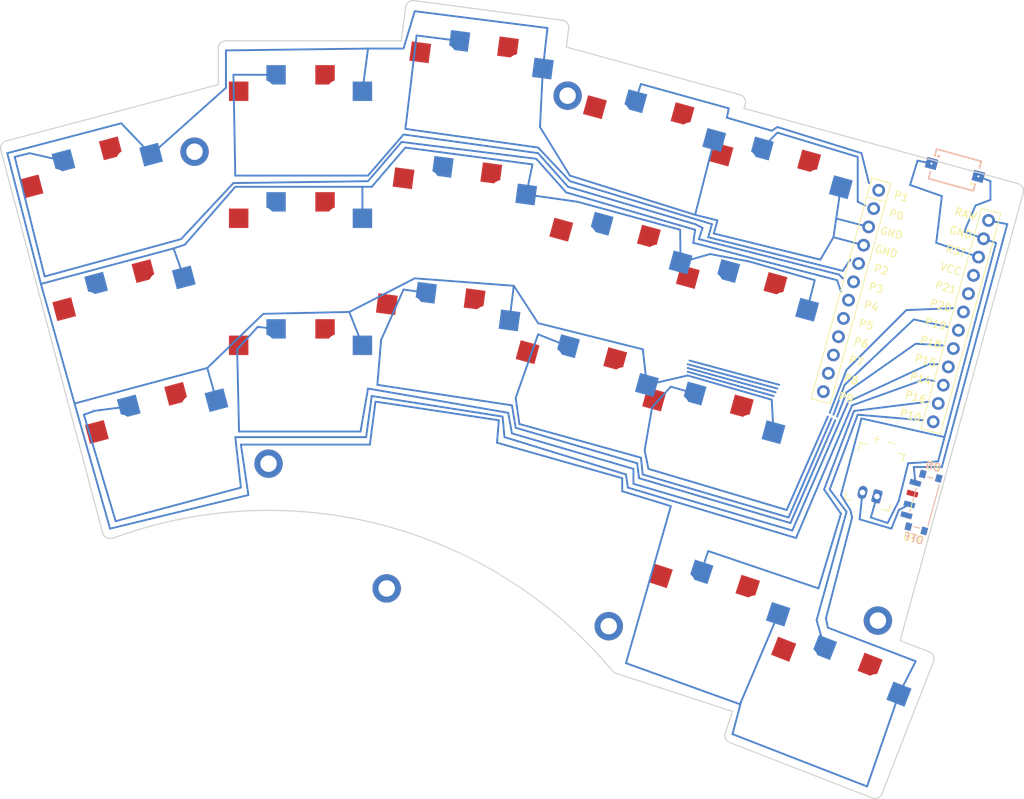
<source format=kicad_pcb>
(kicad_pcb (version 20240108) (generator "pcbnew") (generator_version "8.0")
  (title_block (title "main_pcb") (rev "v1.0.0") (company "Unknown"))
  (layers (0 "F.Cu" signal) (31 "B.Cu" signal) (34 "B.Paste" user) (35 "F.Paste" user) (36 "B.SilkS" user "B.Silkscreen") (37 "F.SilkS" user "F.Silkscreen") (38 "B.Mask" user) (39 "F.Mask" user) (44 "Edge.Cuts" user))
  (net 0 "")
  (net 1 "P10")
  (net 2 "GND")
  (net 3 "P5")
  (net 4 "P1")
  (net 5 "P14")
  (net 6 "P6")
  (net 7 "P0")
  (net 8 "P15")
  (net 9 "P7")
  (net 10 "P2")
  (net 11 "P16")
  (net 12 "P8")
  (net 13 "P3")
  (net 14 "P18")
  (net 15 "P9")
  (net 16 "P4")
  (net 17 "P20")
  (net 18 "P21")
  (net 19 "RAW")
  (net 20 "RST")
  (net 21 "VCC")
  (net 22 "P19")
  (net 23 "PWR_SW")
  (footprint "PG1350" (layer "F.Cu") (at 118.727103 68.01276 -7.55)
    (property "Reference" "S7" (hide yes))
    (property "Value" "" (hide yes))
  )
  (footprint "ceoloide:mounting_hole_plated" (layer "F.Cu") (at 140.697041 106.303672)
    (property "Reference" "H4" (hide yes))
    (property "Value" "")
  )
  (footprint "ceoloide:mounting_hole_plated" (layer "F.Cu") (at 176.697041 105.553672)
    (property "Reference" "H5" (hide yes))
    (property "Value" "")
  )
  (footprint "PG1350" (layer "F.Cu") (at 162.762053 48.984956 -15.36)
    (property "Reference" "S15" (hide yes))
    (property "Value" "" (hide yes))
  )
  (footprint "PG1350" (layer "F.Cu") (at 99.477103 72.46476)
    (property "Reference" "S4" (hide yes))
    (property "Value" "" (hide yes))
  )
  (footprint "PG1350" (layer "F.Cu") (at 76.828651 65.374516 14.89)
    (property "Reference" "S2" (hide yes))
    (property "Value" "" (hide yes))
  )
  (footprint "PG1350" (layer "F.Cu") (at 153.756031 81.770495 -15.36)
    (property "Reference" "S13" (hide yes))
    (property "Value" "" (hide yes))
  )
  (footprint "ceoloide:mcu_supermini_nrf52840" (layer "F.Cu") (at 180.78681 62.232606 -15.36)
    (property "Reference" "MCU1" (hide yes))
    (property "Value" "")
  )
  (footprint "PG1350" (layer "F.Cu") (at 120.960756 51.16014 -7.55)
    (property "Reference" "S8" (hide yes))
    (property "Value" "" (hide yes))
  )
  (footprint "PG1350" (layer "F.Cu") (at 81.197041 81.803672 14.89)
    (property "Reference" "S1" (hide yes))
    (property "Value" "" (hide yes))
  )
  (footprint "PG1350" (layer "F.Cu") (at 72.460261 48.94536 14.89)
    (property "Reference" "S3" (hide yes))
    (property "Value" "" (hide yes))
  )
  (footprint "PG1350" (layer "F.Cu") (at 99.477103 38.46476)
    (property "Reference" "S6" (hide yes))
    (property "Value" "" (hide yes))
  )
  (footprint "PG1350" (layer "F.Cu") (at 99.477103 55.46476)
    (property "Reference" "S5" (hide yes))
    (property "Value" "" (hide yes))
  )
  (footprint "PG1350" (layer "F.Cu") (at 145.834113 42.654928 -15.36)
    (property "Reference" "S12" (hide yes))
    (property "Value" "" (hide yes))
  )
  (footprint "ceoloide:battery_connector_jst_ph_2" (layer "F.Cu") (at 175.604381 88.670514 164.64)
    (property "Reference" "JST1" (hide yes))
    (property "Value" "")
  )
  (footprint "ceoloide:mounting_hole_plated" (layer "F.Cu") (at 95.197041 84.553672)
    (property "Reference" "H2" (hide yes))
    (property "Value" "")
  )
  (footprint "ceoloide:power_switch_smd_side" (layer "F.Cu") (at 182.780876 89.743473 -15.36)
    (property "Reference" "PWR1" (hide yes))
    (property "Value" "")
  )
  (footprint "434121025816" (layer "F.Cu") (at 187 45.25 164.64)
    (property "Reference" "S18" (hide yes))
    (property "Value" "" (hide yes))
  )
  (footprint "ceoloide:mounting_hole_plated" (layer "F.Cu") (at 111 101.25)
    (property "Reference" "H6" (hide yes))
    (property "Value" "")
  )
  (footprint "PG1350" (layer "F.Cu") (at 123.194409 34.30752 -7.55)
    (property "Reference" "S9" (hide yes))
    (property "Value" "" (hide yes))
  )
  (footprint "PG1350" (layer "F.Cu") (at 170.43753 115.890112 -21.3)
    (property "Reference" "S17" (hide yes))
    (property "Value" "" (hide yes))
  )
  (footprint "PG1350" (layer "F.Cu") (at 158.259042 65.377726 -15.36)
    (property "Reference" "S14" (hide yes))
    (property "Value" "" (hide yes))
  )
  (footprint "PG1350" (layer "F.Cu") (at 136.828092 75.440467 -15.36)
    (property "Reference" "S10" (hide yes))
    (property "Value" "" (hide yes))
  )
  (footprint "ceoloide:mounting_hole_plated" (layer "F.Cu") (at 135.197041 35.303672)
    (property "Reference" "H3" (hide yes))
    (property "Value" "")
  )
  (footprint "PG1350" (layer "F.Cu") (at 154.324412 105.70515 -18.1)
    (property "Reference" "S16" (hide yes))
    (property "Value" "" (hide yes))
  )
  (footprint "PG1350" (layer "F.Cu") (at 141.331102 59.047698 -15.36)
    (property "Reference" "S11" (hide yes))
    (property "Value" "" (hide yes))
  )
  (footprint "ceoloide:mounting_hole_plated" (layer "F.Cu") (at 85.297041 42.803672)
    (property "Reference" "H1" (hide yes))
    (property "Value" "")
  )
  (gr_arc (start 74.501926 94.485715) (mid 74.306408 94.535859) (end 74.104804 94.545719) (stroke (width 0.15)) (layer "Edge.Cuts"))
  (gr_arc (start 88.477103 28.96476) (mid 88.769997 28.257655) (end 89.477103 27.96476) (stroke (width 0.15)) (layer "Edge.Cuts"))
  (gr_arc (start 134.487324 25.212462) (mid 135.149813 25.595723) (end 135.347263 26.335185) (stroke (width 0.15)) (layer "Edge.Cuts"))
  (gr_line (start 179.675314 108.221945) (end 196.135419 48.300546) (stroke (width 0.15)) (layer "Edge.Cuts"))
  (gr_line (start 157.240661 117.704962) (end 141.6769 112.617941) (stroke (width 0.15)) (layer "Edge.Cuts"))
  (gr_line (start 135.021143 28.795713) (end 158.25819 35.178812) (stroke (width 0.15)) (layer "Edge.Cuts"))
  (gr_arc (start 141.6769 112.617941) (mid 141.426996 112.495544) (end 141.220518 112.309003) (stroke (width 0.15)) (layer "Edge.Cuts"))
  (gr_arc (start 156.872297 121.871076) (mid 156.331455 121.366744) (end 156.285034 120.628709) (stroke (width 0.15)) (layer "Edge.Cuts"))
  (gr_line (start 156.285034 120.628709) (end 157.240661 117.704962) (stroke (width 0.15)) (layer "Edge.Cuts"))
  (gr_arc (start 74.501926 94.485716) (mid 110.682482 92.836431) (end 141.220518 112.309003) (stroke (width 0.15)) (layer "Edge.Cuts"))
  (gr_arc (start 59.388471 42.590966) (mid 59.489828 41.83234) (end 60.097928 41.367581) (stroke (width 0.15)) (layer "Edge.Cuts"))
  (gr_line (start 88.477103 33.82177) (end 88.477103 28.96476) (stroke (width 0.15)) (layer "Edge.Cuts"))
  (gr_line (start 114.660712 22.584636) (end 134.487323 25.212463) (stroke (width 0.15)) (layer "Edge.Cuts"))
  (gr_line (start 112.938883 27.96476) (end 113.53799 23.444575) (stroke (width 0.15)) (layer "Edge.Cuts"))
  (gr_line (start 135.347263 26.335185) (end 135.021143 28.795713) (stroke (width 0.15)) (layer "Edge.Cuts"))
  (gr_line (start 158.79336 37.005829) (end 195.43559 47.071265) (stroke (width 0.15)) (layer "Edge.Cuts"))
  (gr_line (start 179.675314 108.221945) (end 183.56858 109.739866) (stroke (width 0.15)) (layer "Edge.Cuts"))
  (gr_line (start 59.388471 42.590966) (end 73.00757 93.811276) (stroke (width 0.15)) (layer "Edge.Cuts"))
  (gr_line (start 60.097928 41.367581) (end 88.477103 33.82177) (stroke (width 0.15)) (layer "Edge.Cuts"))
  (gr_line (start 156.872298 121.871077) (end 175.940304 129.305382) (stroke (width 0.15)) (layer "Edge.Cuts"))
  (gr_arc (start 113.537991 23.444575) (mid 113.921253 22.782077) (end 114.660712 22.584636) (stroke (width 0.15)) (layer "Edge.Cuts"))
  (gr_line (start 158.957588 36.407975) (end 158.79336 37.005829) (stroke (width 0.15)) (layer "Edge.Cuts"))
  (gr_line (start 177.235409 128.736525) (end 184.13702 111.034809) (stroke (width 0.15)) (layer "Edge.Cuts"))
  (gr_arc (start 74.104804 94.545719) (mid 73.417743 94.385328) (end 73.00757 93.811276) (stroke (width 0.15)) (layer "Edge.Cuts"))
  (gr_line (start 89.477103 27.96476) (end 112.938883 27.96476) (stroke (width 0.15)) (layer "Edge.Cuts"))
  (gr_arc (start 183.568581 109.739866) (mid 184.121008 110.269609) (end 184.13702 111.034809) (stroke (width 0.15)) (layer "Edge.Cuts"))
  (gr_arc (start 158.258189 35.178812) (mid 158.862466 35.648538) (end 158.957588 36.407975) (stroke (width 0.15)) (layer "Edge.Cuts"))
  (gr_arc (start 195.436022 47.071383) (mid 196.040294 47.541114) (end 196.135419 48.300546) (stroke (width 0.15)) (layer "Edge.Cuts"))
  (gr_arc (start 177.235247 128.736943) (mid 176.7055 129.289352) (end 175.940304 129.305382) (stroke (width 0.15)) (layer "Edge.Cuts"))
  (segment (start 181.75 68.5) (end 185.5 68.75) (width 0.25) (layer "B.Cu") (net 0))
  (segment (start 172.25 74) (end 181.5 65.25) (width 0.25) (layer "B.Cu") (net 0))
  (segment (start 181.5 65.25) (end 186 66.25) (width 0.25) (layer "B.Cu") (net 0))
  (segment (start 151.25 72.25) (end 162.75 75.5) (width 0.25) (layer "B.Cu") (net 0))
  (segment (start 151.25 71.75) (end 163 75) (width 0.25) (layer "B.Cu") (net 0))
  (segment (start 170.75 78) (end 172.25 74) (width 0.25) (layer "B.Cu") (net 0))
  (segment (start 172.5 72) (end 180.5 64) (width 0.25) (layer "B.Cu") (net 0))
  (segment (start 180.5 64) (end 186.75 63.75) (width 0.25) (layer "B.Cu") (net 0))
  (segment (start 172.5 75) (end 181.75 68.5) (width 0.25) (layer "B.Cu") (net 0))
  (segment (start 170.25 77.75) (end 172.5 72) (width 0.25) (layer "B.Cu") (net 0))
  (segment (start 151.5 70.75) (end 163.5 74) (width 0.25) (layer "B.Cu") (net 0))
  (segment (start 171.25 78.25) (end 172.5 75) (width 0.25) (layer "B.Cu") (net 0))
  (segment (start 151.25 71.25) (end 163.25 74.5) (width 0.25) (layer "B.Cu") (net 0))
  (segment (start 108.25 81) (end 109 75.5) (width 0.25) (layer "B.Cu") (net 1))
  (segment (start 72 77.46818) (end 71.75 77.5) (width 0.25) (layer "B.Cu") (net 1))
  (segment (start 109 75.5) (end 126.5 78.25) (width 0.25) (layer "B.Cu") (net 1))
  (segment (start 126.75 81) (end 143 86) (width 0.25) (layer "B.Cu") (net 1))
  (segment (start 76.503076 76.895025) (end 72 77.46818) (width 0.25) (layer "B.Cu") (net 1))
  (segment (start 143 86) (end 143.25 87.75) (width 0.25) (layer "B.Cu") (net 1))
  (segment (start 183 73.25) (end 184.25 73.5) (width 0.25) (layer "B.Cu") (net 1))
  (segment (start 70.5 78) (end 74.75 92.25) (width 0.25) (layer "B.Cu") (net 1))
  (segment (start 165.75 94.5) (end 173.25 76.75) (width 0.25) (layer "B.Cu") (net 1))
  (segment (start 143.25 87.75) (end 165.75 94.5) (width 0.25) (layer "B.Cu") (net 1))
  (segment (start 173.25 76.75) (end 183 73.25) (width 0.25) (layer "B.Cu") (net 1))
  (segment (start 74.75 92.25) (end 91.5 87.75) (width 0.25) (layer "B.Cu") (net 1))
  (segment (start 90.75 81) (end 108.25 81) (width 0.25) (layer "B.Cu") (net 1))
  (segment (start 91.5 87.75) (end 90.75 81) (width 0.25) (layer "B.Cu") (net 1))
  (segment (start 126.5 78.25) (end 126.75 81) (width 0.25) (layer "B.Cu") (net 1))
  (segment (start 72 77.46818) (end 70.5 78) (width 0.25) (layer "B.Cu") (net 1))
  (segment (start 171.734786 47.560811) (end 171.118051 51.75) (width 0.25) (layer "B.Cu") (net 2))
  (segment (start 162.5 76) (end 162.728764 80.34635) (width 0.25) (layer "B.Cu") (net 2))
  (segment (start 192.5 55) (end 190.825839 54.453924) (width 0.25) (layer "B.Cu") (net 2))
  (segment (start 178 92.5) (end 179.5 89.5) (width 0.25) (layer "B.Cu") (net 2))
  (segment (start 176.568662 88.935397) (end 175.75 91.75) (width 0.25) (layer "B.Cu") (net 2))
  (segment (start 64.75 60.5) (end 69.25 76.5) (width 0.25) (layer "B.Cu") (net 2))
  (segment (start 109.5 76.25) (end 126 78.75) (width 0.25) (layer "B.Cu") (net 2))
  (segment (start 106 64.25) (end 107.752103 68.71476) (width 0.25) (layer "B.Cu") (net 2))
  (segment (start 157.25 120.75) (end 175.25 127.75) (width 0.25) (layer "B.Cu") (net 2))
  (segment (start 136.5 49.5) (end 150.25 53.25) (width 0.25) (layer "B.Cu") (net 2))
  (segment (start 79.493779 43.194903) (end 75.5 39) (width 0.25) (layer "B.Cu") (net 2))
  (segment (start 60.25 43) (end 64.75 60.5) (width 0.25) (layer "B.Cu") (net 2))
  (segment (start 107.75 47.5) (end 107.752103 51.71476) (width 0.25) (layer "B.Cu") (net 2))
  (segment (start 180.75 84.5) (end 181 84.484375) (width 0.25) (layer "B.Cu") (net 2))
  (segment (start 168.25 60) (end 167.231775 63.953581) (width 0.25) (layer "B.Cu") (net 2))
  (segment (start 145.800825 74.016322) (end 151.25 72.75) (width 0.25) (layer "B.Cu") (net 2))
  (segment (start 94.5 64.5) (end 106 64.25) (width 0.25) (layer "B.Cu") (net 2))
  (segment (start 173.25 91.75) (end 169.75 105.25) (width 0.25) (layer "B.Cu") (net 2))
  (segment (start 113.25 29) (end 114.75 24) (width 0.25) (layer "B.Cu") (net 2))
  (segment (start 82.5 55.75) (end 83.862169 59.624059) (width 0.25) (layer "B.Cu") (net 2))
  (segment (start 152.25 51.25) (end 155.25 52) (width 0.25) (layer "B.Cu") (net 2))
  (segment (start 132.5 26.25) (end 131.890387 31.677294) (width 0.25) (layer "B.Cu") (net 2))
  (segment (start 128 60.75) (end 131.25 65.75) (width 0.25) (layer "B.Cu") (net 2))
  (segment (start 106 64.25) (end 114.75 59.75) (width 0.25) (layer "B.Cu") (net 2))
  (segment (start 143 111.25) (end 158.25 116.75) (width 0.25) (layer "B.Cu") (net 2))
  (segment (start 189.75 50) (end 191.75 49.25) (width 0.25) (layer "B.Cu") (net 2))
  (segment (start 149 90.25) (end 143 111.25) (width 0.25) (layer "B.Cu") (net 2))
  (segment (start 191.75 46.75) (end 190.133912 46.11087) (width 0.25) (layer "B.Cu") (net 2))
  (segment (start 191.75 49.25) (end 191.75 46.75) (width 0.25) (layer "B.Cu") (net 2))
  (segment (start 130.5 44.5) (end 129.656734 48.529914) (width 0.25) (layer "B.Cu") (net 2))
  (segment (start 171.118051 51.75) (end 170.75 54.25) (width 0.25) (layer "B.Cu") (net 2))
  (segment (start 142.5 88.25) (end 148.25 90) (width 0.25) (layer "B.Cu") (net 2))
  (segment (start 185.611111 81) (end 192.5 55) (width 0.25) (layer "B.Cu") (net 2))
  (segment (start 64.75 60.5) (end 82.5 55.75) (width 0.25) (layer "B.Cu") (net 2))
  (segment (start 154.75 53.75) (end 169 57.25) (width 0.25) (layer "B.Cu") (net 2))
  (segment (start 69.25 76.5) (end 87 71.75) (width 0.25) (layer "B.Cu") (net 2))
  (segment (start 131.890387 31.677294) (end 131.5 39.5) (width 0.25) (layer "B.Cu") (net 2))
  (segment (start 169 57.25) (end 170.75 54.25) (width 0.25) (layer "B.Cu") (net 2))
  (segment (start 129.656734 48.529914) (end 136.5 49.5) (width 0.25) (layer "B.Cu") (net 2))
  (segment (start 190.825839 54.453924) (end 188.25 53.5) (width 0.25) (layer "B.Cu") (net 2))
  (segment (start 75.5 39) (end 60.25 43) (width 0.25) (layer "B.Cu") (net 2))
  (segment (start 175.75 91.75) (end 178 92.5) (width 0.25) (layer "B.Cu") (net 2))
  (segment (start 148.25 90) (end 149 90.25) (width 0.25) (layer "B.Cu") (net 2))
  (segment (start 91.5 82) (end 108.75 82) (width 0.25) (layer "B.Cu") (net 2))
  (segment (start 89.5 29.25) (end 108.5 29) (width 0.25) (layer "B.Cu") (net 2))
  (segment (start 107.75 47.5) (end 109 47.5) (width 0.25) (layer "B.Cu") (net 2))
  (segment (start 69.25 76.5) (end 74 93.25) (width 0.25) (layer "B.Cu") (net 2))
  (segment (start 159.5 57.5) (end 168.25 60) (width 0.25) (layer "B.Cu") (net 2))
  (segment (start 155.25 52) (end 154.75 53.75) (width 0.25) (layer "B.Cu") (net 2))
  (segment (start 128 60.75) (end 127.423081 65.382534) (width 0.25) (layer "B.Cu") (net 2))
  (segment (start 82.5 55.75) (end 84 55.25) (width 0.25) (layer "B.Cu") (net 2))
  (segment (start 131.25 65.75) (end 145.25 69.25) (width 0.25) (layer "B.Cu") (net 2))
  (segment (start 171.75 88.75) (end 173 90.75) (width 0.25) (layer "B.Cu") (net 2))
  (segment (start 79.493779 43.194903) (end 89.5 34.25) (width 0.25) (layer "B.Cu") (net 2))
  (segment (start 150.25 53.25) (end 150.303835 57.623553) (width 0.25) (layer "B.Cu") (net 2))
  (segment (start 175.25 127.75) (end 179.509467 115.402174) (width 0.25) (layer "B.Cu") (net 2))
  (segment (start 150.303835 57.623553) (end 154.25 56.5) (width 0.25) (layer "B.Cu") (net 2))
  (segment (start 170 106.5) (end 181.75 111) (width 0.25) (layer "B.Cu") (net 2))
  (segment (start 175.4574 52.86638) (end 171.118051 51.75) (width 0.25) (layer "B.Cu") (net 2))
  (segment (start 84 55.25) (end 90.75 47.5) (width 0.25) (layer "B.Cu") (net 2))
  (segment (start 188.25 53.5) (end 189.75 50) (width 0.25) (layer "B.Cu") (net 2))
  (segment (start 173 90.75) (end 173.25 91.75) (width 0.25) (layer "B.Cu") (net 2))
  (segment (start 184.75 84.25) (end 185.611111 81) (width 0.25) (layer "B.Cu") (net 2))
  (segment (start 89.5 34.25) (end 89.5 29.25) (width 0.25) (layer "B.Cu") (net 2))
  (segment (start 170.75 54.25) (end 174.784598 55.315652) (width 0.25) (layer "B.Cu") (net 2))
  (segment (start 90.75 47.5) (end 107.75 47.5) (width 0.25) (layer "B.Cu") (net 2))
  (segment (start 181.75 111) (end 179.509467 115.402174) (width 0.25) (layer "B.Cu") (net 2))
  (segment (start 74 93.25) (end 92.5 88.75) (width 0.25) (layer "B.Cu") (net 2))
  (segment (start 181 84.484375) (end 184.75 84.25) (width 0.25) (layer "B.Cu") (net 2))
  (segment (start 108.5 29) (end 113.25 29) (width 0.25) (layer "B.Cu") (net 2))
  (segment (start 179.5 89.5) (end 180.75 84.5) (width 0.25) (layer "B.Cu") (net 2))
  (segment (start 169.75 105.25) (end 170 106.5) (width 0.25) (layer "B.Cu") (net 2))
  (segment (start 154.25 56.5) (end 159.5 57.5) (width 0.25) (layer "B.Cu") (net 2))
  (segment (start 87 71.75) (end 88.230559 76.053215) (width 0.25) (layer "B.Cu") (net 2))
  (segment (start 158.39889 116.39889) (end 157.25 120.75) (width 0.25) (layer "B.Cu") (net 2))
  (segment (start 114.75 59.75) (end 128 60.75) (width 0.25) (layer "B.Cu") (net 2))
  (segment (start 109 47.5) (end 113.5 42.25) (width 0.25) (layer "B.Cu") (net 2))
  (segment (start 126 78.75) (end 125.75 81.75) (width 0.25) (layer "B.Cu") (net 2))
  (segment (start 135.5 46) (end 152.25 51.25) (width 0.25) (layer "B.Cu") (net 2))
  (segment (start 152.25 51.25) (end 154.806846 41.230783) (width 0.25) (layer "B.Cu") (net 2))
  (segment (start 145.25 69.25) (end 145.800825 74.016322) (width 0.25) (layer "B.Cu") (net 2))
  (segment (start 92.5 88.75) (end 91.5 82) (width 0.25) (layer "B.Cu") (net 2))
  (segment (start 125.75 81.75) (end 142.5 86.5) (width 0.25) (layer "B.Cu") (net 2))
  (segment (start 185.611111 81) (end 174.5 78.5) (width 0.25) (layer "B.Cu") (net 2))
  (segment (start 108.5 29) (end 107.752103 34.71476) (width 0.25) (layer "B.Cu") (net 2))
  (segment (start 158.39889 116.39889) (end 163.354966 104.711563) (width 0.25) (layer "B.Cu") (net 2))
  (segment (start 131.5 39.5) (end 135.5 46) (width 0.25) (layer "B.Cu") (net 2))
  (segment (start 113.5 42.25) (end 130.5 44.5) (width 0.25) (layer "B.Cu") (net 2))
  (segment (start 87 71.75) (end 94.5 64.5) (width 0.25) (layer "B.Cu") (net 2))
  (segment (start 114.75 24) (end 132.5 26.25) (width 0.25) (layer "B.Cu") (net 2))
  (segment (start 142.5 86.5) (end 142.5 88.25) (width 0.25) (layer "B.Cu") (net 2))
  (segment (start 151.25 72.75) (end 162.5 76) (width 0.25) (layer "B.Cu") (net 2))
  (segment (start 158.25 116.75) (end 158.39889 116.39889) (width 0.25) (layer "B.Cu") (net 2))
  (segment (start 108.75 82) (end 109.5 76.25) (width 0.25) (layer "B.Cu") (net 2))
  (segment (start 174.5 78.5) (end 171.75 88.75) (width 0.25) (layer "B.Cu") (net 2))
  (segment (start 131 43.75) (end 135 48.25) (width 0.25) (layer "B.Cu") (net 4))
  (segment (start 61.25 43.5) (end 65.25 59.5) (width 0.25) (layer "B.Cu") (net 4))
  (segment (start 113 41.5) (end 131 43.75) (width 0.25) (layer "B.Cu") (net 4))
  (segment (start 63.25 43) (end 61.25 43.5) (width 0.25) (layer "B.Cu") (net 4))
  (segment (start 108.5 46.75) (end 113 41.5) (width 0.25) (layer "B.Cu") (net 4))
  (segment (start 83.5 54.5) (end 90.5 47) (width 0.25) (layer "B.Cu") (net 4))
  (segment (start 135 48.25) (end 152.25 53.25) (width 0.25) (layer "B.Cu") (net 4))
  (segment (start 171.25 60) (end 171.75 61.5) (width 0.25) (layer "B.Cu") (net 4))
  (segment (start 65.25 59.5) (end 83.5 54.5) (width 0.25) (layer "B.Cu") (net 4))
  (segment (start 90.5 47) (end 108.5 46.75) (width 0.25) (layer "B.Cu") (net 4))
  (segment (start 67.766296 44.036713) (end 63.25 43) (width 0.25) (layer "B.Cu") (net 4))
  (segment (start 152 55) (end 171.25 60) (width 0.25) (layer "B.Cu") (net 4))
  (segment (start 152.25 53.25) (end 152 55) (width 0.25) (layer "B.Cu") (net 4))
  (segment (start 91 69.25) (end 91.25 80.25) (width 0.25) (layer "B.Cu") (net 5))
  (segment (start 127.75 80.5) (end 144 85.25) (width 0.25) (layer "B.Cu") (net 5))
  (segment (start 108.5 74.5) (end 127.25 77.75) (width 0.25) (layer "B.Cu") (net 5))
  (segment (start 144 85.25) (end 144 87.25) (width 0.25) (layer "B.Cu") (net 5))
  (segment (start 107.5 80.25) (end 108.5 74.5) (width 0.25) (layer "B.Cu") (net 5))
  (segment (start 165.25 93.5) (end 172.75 76.25) (width 0.25) (layer "B.Cu") (net 5))
  (segment (start 91.25 80.25) (end 107.5 80.25) (width 0.25) (layer "B.Cu") (net 5))
  (segment (start 172.75 76.25) (end 183.5 71.25) (width 0.25) (layer "B.Cu") (net 5))
  (segment (start 183.5 71.25) (end 184.75 71.25) (width 0.25) (layer "B.Cu") (net 5))
  (segment (start 96.202103 66.51476) (end 93.75 66.25) (width 0.25) (layer "B.Cu") (net 5))
  (segment (start 93.75 66.25) (end 91 69.25) (width 0.25) (layer "B.Cu") (net 5))
  (segment (start 144 87.25) (end 165.25 93.5) (width 0.25) (layer "B.Cu") (net 5))
  (segment (start 127.25 77.75) (end 127.75 80.5) (width 0.25) (layer "B.Cu") (net 5))
  (segment (start 152.75 54.5) (end 171.5 59.25) (width 0.25) (layer "B.Cu") (net 7))
  (segment (start 113.25 40.5) (end 131.25 43) (width 0.25) (layer "B.Cu") (net 7))
  (segment (start 153.25 53) (end 152.75 54.5) (width 0.25) (layer "B.Cu") (net 7))
  (segment (start 90.75 46) (end 108.5 46) (width 0.25) (layer "B.Cu") (net 7))
  (segment (start 171.5 59.25) (end 172 59.75) (width 0.25) (layer "B.Cu") (net 7))
  (segment (start 135.25 47.5) (end 152.25 52.5) (width 0.25) (layer "B.Cu") (net 7))
  (segment (start 152.25 52.5) (end 153.25 53) (width 0.25) (layer "B.Cu") (net 7))
  (segment (start 108.5 46) (end 113.25 40.5) (width 0.25) (layer "B.Cu") (net 7))
  (segment (start 131.25 43) (end 135.25 47.5) (width 0.25) (layer "B.Cu") (net 7))
  (segment (start 96.202103 32.51476) (end 90.5 32.5) (width 0.25) (layer "B.Cu") (net 7))
  (segment (start 90.5 32.5) (end 90.75 46) (width 0.25) (layer "B.Cu") (net 7))
  (segment (start 165 92.5) (end 171 78.75) (width 0.25) (layer "B.Cu") (net 8))
  (segment (start 110.25 68) (end 109.75 74) (width 0.25) (layer "B.Cu") (net 8))
  (segment (start 116.262274 61.684036) (end 113.25 61.25) (width 0.25) (layer "B.Cu") (net 8))
  (segment (start 127.75 76.75) (end 128.25 79.75) (width 0.25) (layer "B.Cu") (net 8))
  (segment (start 128.25 79.75) (end 144.5 84.5) (width 0.25) (layer "B.Cu") (net 8))
  (segment (start 144.5 84.5) (end 144.75 86.5) (width 0.25) (layer "B.Cu") (net 8))
  (segment (start 144.75 86.5) (end 165 92.5) (width 0.25) (layer "B.Cu") (net 8))
  (segment (start 109.75 74) (end 127.75 76.75) (width 0.25) (layer "B.Cu") (net 8))
  (segment (start 113.25 61.25) (end 110.25 68) (width 0.25) (layer "B.Cu") (net 8))
  (segment (start 120.72958 27.978796) (end 115 27.25) (width 0.25) (layer "B.Cu") (net 10))
  (segment (start 154.5 52.5) (end 154 54.25) (width 0.25) (layer "B.Cu") (net 10))
  (segment (start 172 58.75) (end 173 57.25) (width 0.25) (layer "B.Cu") (net 10))
  (segment (start 135.5 46.75) (end 154.5 52.5) (width 0.25) (layer "B.Cu") (net 10))
  (segment (start 154 54.25) (end 172 58.75) (width 0.25) (layer "B.Cu") (net 10))
  (segment (start 115 27.25) (end 113.5 39.75) (width 0.25) (layer "B.Cu") (net 10))
  (segment (start 113.5 39.75) (end 131.25 42.25) (width 0.25) (layer "B.Cu") (net 10))
  (segment (start 131.25 42.25) (end 135.5 46.75) (width 0.25) (layer "B.Cu") (net 10))
  (segment (start 170.5 78.5) (end 164.75 91.75) (width 0.25) (layer "B.Cu") (net 11))
  (segment (start 128.25 75.75) (end 131.25 67.25) (width 0.25) (layer "B.Cu") (net 11))
  (segment (start 128.75 79.25) (end 128.25 75.75) (width 0.25) (layer "B.Cu") (net 11))
  (segment (start 164.75 91.75) (end 145.25 86) (width 0.25) (layer "B.Cu") (net 11))
  (segment (start 145.25 86) (end 145 83.75) (width 0.25) (layer "B.Cu") (net 11))
  (segment (start 145 83.75) (end 128.75 79.25) (width 0.25) (layer "B.Cu") (net 11))
  (segment (start 131.25 67.25) (end 135.246127 68.835506) (width 0.25) (layer "B.Cu") (net 11))
  (segment (start 162.5 40) (end 163.25 39.5) (width 0.25) (layer "B.Cu") (net 13))
  (segment (start 163.25 39.5) (end 174.5 43) (width 0.25) (layer "B.Cu") (net 13))
  (segment (start 145 33.75) (end 156.75 37) (width 0.25) (layer "B.Cu") (net 13))
  (segment (start 174.5 43) (end 175.5 47) (width 0.25) (layer "B.Cu") (net 13))
  (segment (start 144.252148 36.049967) (end 145 33.75) (width 0.25) (layer "B.Cu") (net 13))
  (segment (start 156.5 38.25) (end 162.5 40) (width 0.25) (layer "B.Cu") (net 13))
  (segment (start 156.75 37) (end 156.5 38.25) (width 0.25) (layer "B.Cu") (net 13))
  (segment (start 146.5 77) (end 145.5 82.75) (width 0.25) (layer "B.Cu") (net 14))
  (segment (start 145.5 82.75) (end 146 85.25) (width 0.25) (layer "B.Cu") (net 14))
  (segment (start 146 85.25) (end 164.5 90.75) (width 0.25) (layer "B.Cu") (net 14))
  (segment (start 149 74.25) (end 146.5 77) (width 0.25) (layer "B.Cu") (net 14))
  (segment (start 164.5 90.75) (end 170 78.25) (width 0.25) (layer "B.Cu") (net 14))
  (segment (start 152.174066 75.165534) (end 149 74.25) (width 0.25) (layer "B.Cu") (net 14))
  (segment (start 174 49.5) (end 175 50) (width 0.25) (layer "B.Cu") (net 16))
  (segment (start 161.180088 42.379995) (end 163.25 40.25) (width 0.25) (layer "B.Cu") (net 16))
  (segment (start 163.25 40.25) (end 174 43.5) (width 0.25) (layer "B.Cu") (net 16))
  (segment (start 174 43.5) (end 174 49.5) (width 0.25) (layer "B.Cu") (net 16))
  (segment (start 171.75 91.25) (end 169.5 88) (width 0.25) (layer "B.Cu") (net 17))
  (segment (start 153.059998 99.032116) (end 154 96.25) (width 0.25) (layer "B.Cu") (net 17))
  (segment (start 169.5 88) (end 173.5 77.5) (width 0.25) (layer "B.Cu") (net 17))
  (segment (start 173.5 77.5) (end 183.5 76.25) (width 0.25) (layer "B.Cu") (net 17))
  (segment (start 154 96.25) (end 168.75 101.25) (width 0.25) (layer "B.Cu") (net 17))
  (segment (start 168.75 101.25) (end 171.75 91.25) (width 0.25) (layer "B.Cu") (net 17))
  (segment (start 174 78) (end 182.75 78.75) (width 0.25) (layer "B.Cu") (net 18))
  (segment (start 169.547586 109.156901) (end 168.5 105.5) (width 0.25) (layer "B.Cu") (net 18))
  (segment (start 172.5 91) (end 170.25 88) (width 0.25) (layer "B.Cu") (net 18))
  (segment (start 170.25 88) (end 174 78) (width 0.25) (layer "B.Cu") (net 18))
  (segment (start 168.5 105.5) (end 172.5 91) (width 0.25) (layer "B.Cu") (net 18))
  (segment (start 185.25 85) (end 194 52.5) (width 0.25) (layer "B.Cu") (net 19))
  (segment (start 181.5 85) (end 185.25 85) (width 0.25) (layer "B.Cu") (net 19))
  (segment (start 194 52.5) (end 191.498642 52.004651) (width 0.25) (layer "B.Cu") (net 19))
  (segment (start 181.703836 87.11427) (end 181.5 85) (width 0.25) (layer "B.Cu") (net 19))
  (segment (start 185.25 48.75) (end 181 47.25) (width 0.25) (layer "B.Cu") (net 20))
  (segment (start 182 44) (end 183.866088 44.38913) (width 0.25) (layer "B.Cu") (net 20))
  (segment (start 190.153036 56.903196) (end 184.5 55) (width 0.25) (layer "B.Cu") (net 20))
  (segment (start 184.5 55) (end 185.25 48.75) (width 0.25) (layer "B.Cu") (net 20))
  (segment (start 181 47.25) (end 182 44) (width 0.25) (layer "B.Cu") (net 20))
  (segment (start 179.5 90.75) (end 178.5 93.25) (width 0.25) (layer "B.Cu") (net 23))
  (segment (start 174.25 92) (end 174.6401 88.405631) (width 0.25) (layer "B.Cu") (net 23))
  (segment (start 180.909187 90.007111) (end 179.5 90.75) (width 0.25) (layer "B.Cu") (net 23))
  (segment (start 178.5 93.25) (end 174.25 92) (width 0.25) (layer "B.Cu") (net 23))
)
</source>
